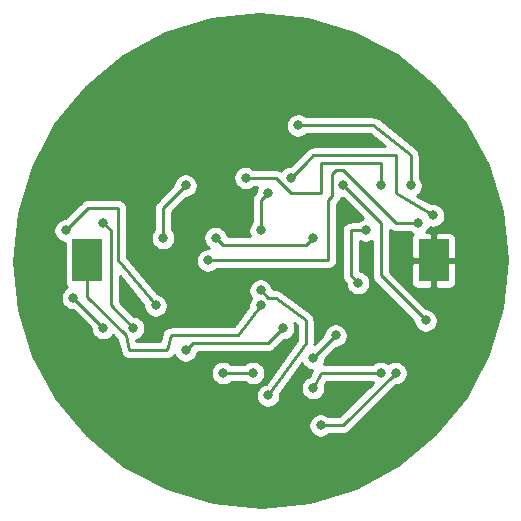
<source format=gbl>
G04 #@! TF.FileFunction,Copper,L2,Bot,Signal*
%FSLAX46Y46*%
G04 Gerber Fmt 4.6, Leading zero omitted, Abs format (unit mm)*
G04 Created by KiCad (PCBNEW 4.0.7) date 06/15/18 16:22:59*
%MOMM*%
%LPD*%
G01*
G04 APERTURE LIST*
%ADD10C,0.100000*%
%ADD11R,2.600000X3.560000*%
%ADD12C,0.800000*%
%ADD13C,0.254000*%
G04 APERTURE END LIST*
D10*
D11*
X128860000Y-100330000D03*
X158160000Y-100330000D03*
D12*
X146685000Y-88900000D03*
X156210000Y-93980000D03*
X151130000Y-106045000D03*
X153035000Y-113665000D03*
X139065000Y-111760000D03*
X141605000Y-114935000D03*
X133985000Y-105410000D03*
X146050000Y-91440000D03*
X146050000Y-86995000D03*
X147955000Y-98425000D03*
X139700000Y-98425000D03*
X152400000Y-97790000D03*
X151765000Y-102235000D03*
X157480000Y-105410000D03*
X150495000Y-93980000D03*
X148590000Y-114300000D03*
X154940000Y-109855000D03*
X132715000Y-106045000D03*
X130175000Y-97155000D03*
X130175000Y-106045000D03*
X127635000Y-103505000D03*
X127000000Y-97790000D03*
X134620000Y-104140000D03*
X146050000Y-93345000D03*
X158115000Y-96520000D03*
X144145000Y-111760000D03*
X143510000Y-102870000D03*
X143510000Y-97790000D03*
X144145000Y-94615000D03*
X142240000Y-93345000D03*
X153670000Y-93980000D03*
X135255000Y-98425000D03*
X137160000Y-93980000D03*
X156845000Y-97155000D03*
X139065000Y-100330000D03*
X143510000Y-104140000D03*
X153670000Y-109855000D03*
X147955000Y-111125000D03*
X140335000Y-109855000D03*
X142875000Y-109855000D03*
X149860000Y-106680000D03*
X147955000Y-108585000D03*
X137160000Y-107950000D03*
X145415000Y-106045000D03*
D13*
X153035000Y-88900000D02*
X146685000Y-88900000D01*
X156210000Y-91440000D02*
X153035000Y-88900000D01*
X156210000Y-93980000D02*
X156210000Y-91440000D01*
X147320000Y-99060000D02*
X147955000Y-98425000D01*
X140335000Y-99060000D02*
X147320000Y-99060000D01*
X139700000Y-98425000D02*
X140335000Y-99060000D01*
X151130000Y-101600000D02*
X151130000Y-97790000D01*
X151130000Y-97790000D02*
X152400000Y-97790000D01*
X152400000Y-97790000D02*
X152400000Y-97790000D01*
X151765000Y-102235000D02*
X151130000Y-101600000D01*
X153670000Y-101600000D02*
X157480000Y-105410000D01*
X153670000Y-97155000D02*
X153670000Y-101600000D01*
X150495000Y-93980000D02*
X153670000Y-97155000D01*
X150495000Y-114300000D02*
X148590000Y-114300000D01*
X154940000Y-109855000D02*
X150495000Y-114300000D01*
X130810000Y-104140000D02*
X132715000Y-106045000D01*
X130810000Y-97790000D02*
X130810000Y-104140000D01*
X130175000Y-97155000D02*
X130810000Y-97790000D01*
X127635000Y-103505000D02*
X130175000Y-106045000D01*
X131445000Y-95885000D02*
X128905000Y-95885000D01*
X128905000Y-95885000D02*
X127000000Y-97790000D01*
X131445000Y-100330000D02*
X131445000Y-95885000D01*
X134620000Y-104140000D02*
X131445000Y-100330000D01*
X147320000Y-92075000D02*
X146050000Y-93345000D01*
X154940000Y-91440000D02*
X147955000Y-91440000D01*
X147955000Y-91440000D02*
X147320000Y-92075000D01*
X147320000Y-92075000D02*
X147320000Y-92075000D01*
X158115000Y-96520000D02*
X154940000Y-94615000D01*
X154940000Y-94615000D02*
X154940000Y-91440000D01*
X144780000Y-103505000D02*
X147320000Y-105410000D01*
X147320000Y-105410000D02*
X147320000Y-107315000D01*
X147320000Y-107315000D02*
X144145000Y-111760000D01*
X144145000Y-103505000D02*
X144780000Y-103505000D01*
X143510000Y-102870000D02*
X144145000Y-103505000D01*
X143510000Y-95250000D02*
X143510000Y-97790000D01*
X144145000Y-94615000D02*
X143510000Y-95250000D01*
X144780000Y-93345000D02*
X142240000Y-93345000D01*
X146050000Y-94615000D02*
X144780000Y-93345000D01*
X153670000Y-92075000D02*
X148590000Y-92075000D01*
X148590000Y-92075000D02*
X148590000Y-94615000D01*
X148590000Y-94615000D02*
X146050000Y-94615000D01*
X153670000Y-93980000D02*
X153670000Y-92075000D01*
X135255000Y-95885000D02*
X135255000Y-98425000D01*
X137160000Y-93980000D02*
X135255000Y-95885000D01*
X154940000Y-97155000D02*
X156845000Y-97155000D01*
X150495000Y-92710000D02*
X154940000Y-97155000D01*
X149860000Y-92710000D02*
X150495000Y-92710000D01*
X149568422Y-93001578D02*
X149860000Y-92710000D01*
X149568422Y-94906578D02*
X149568422Y-93001578D01*
X149225000Y-95250000D02*
X149568422Y-94906578D01*
X149225000Y-100330000D02*
X149225000Y-95250000D01*
X139065000Y-100330000D02*
X149225000Y-100330000D01*
X128860000Y-100330000D02*
X128860000Y-103460000D01*
X141605000Y-106680000D02*
X143510000Y-104140000D01*
X132400000Y-107950000D02*
X135575000Y-107950000D01*
X135575000Y-107950000D02*
X135890000Y-106680000D01*
X135890000Y-106680000D02*
X141605000Y-106680000D01*
X128860000Y-103460000D02*
X132080000Y-106680000D01*
X132080000Y-106680000D02*
X132400000Y-107950000D01*
X147955000Y-111125000D02*
X148590000Y-109855000D01*
X148590000Y-109855000D02*
X153670000Y-109855000D01*
X142875000Y-109855000D02*
X140335000Y-109855000D01*
X147955000Y-108585000D02*
X149860000Y-106680000D01*
X137795000Y-107315000D02*
X137160000Y-107950000D01*
X144145000Y-107315000D02*
X137795000Y-107315000D01*
X145415000Y-106045000D02*
X144145000Y-107315000D01*
G36*
X147564949Y-79850995D02*
X151465451Y-81028627D01*
X155062931Y-82941440D01*
X158220366Y-85516582D01*
X160817482Y-88655956D01*
X162755363Y-92239993D01*
X163960195Y-96132173D01*
X164389604Y-100217721D01*
X164389879Y-100296519D01*
X163989005Y-104384949D01*
X162811372Y-108285454D01*
X160898560Y-111882931D01*
X158323418Y-115040366D01*
X155184044Y-117637482D01*
X151600010Y-119575362D01*
X147707822Y-120780196D01*
X143622279Y-121209604D01*
X143543481Y-121209879D01*
X139455051Y-120809005D01*
X135554546Y-119631372D01*
X131957069Y-117718560D01*
X128799634Y-115143418D01*
X126202518Y-112004044D01*
X125087590Y-109942026D01*
X139298639Y-109942026D01*
X139335280Y-110141665D01*
X139410000Y-110330386D01*
X139519953Y-110500999D01*
X139660950Y-110647006D01*
X139827622Y-110762846D01*
X140013620Y-110844106D01*
X140211859Y-110887692D01*
X140414788Y-110891943D01*
X140614679Y-110856697D01*
X140803916Y-110783296D01*
X140975293Y-110674537D01*
X141035713Y-110617000D01*
X142171974Y-110617000D01*
X142200950Y-110647006D01*
X142367622Y-110762846D01*
X142553620Y-110844106D01*
X142751859Y-110887692D01*
X142954788Y-110891943D01*
X143154679Y-110856697D01*
X143343916Y-110783296D01*
X143515293Y-110674537D01*
X143662281Y-110534563D01*
X143779282Y-110368703D01*
X143861839Y-110183278D01*
X143906807Y-109985348D01*
X143910044Y-109753513D01*
X143870620Y-109554405D01*
X143793273Y-109366746D01*
X143680948Y-109197684D01*
X143537926Y-109053660D01*
X143369653Y-108940158D01*
X143182539Y-108861503D01*
X142983710Y-108820689D01*
X142780741Y-108819272D01*
X142581363Y-108857306D01*
X142393168Y-108933341D01*
X142223327Y-109044482D01*
X142173782Y-109093000D01*
X141036992Y-109093000D01*
X140997926Y-109053660D01*
X140829653Y-108940158D01*
X140642539Y-108861503D01*
X140443710Y-108820689D01*
X140240741Y-108819272D01*
X140041363Y-108857306D01*
X139853168Y-108933341D01*
X139683327Y-109044482D01*
X139538308Y-109186496D01*
X139423634Y-109353972D01*
X139343674Y-109540533D01*
X139301473Y-109739071D01*
X139298639Y-109942026D01*
X125087590Y-109942026D01*
X124264638Y-108420010D01*
X123059804Y-104527822D01*
X122630396Y-100442279D01*
X122630121Y-100363481D01*
X122873920Y-97877026D01*
X125963639Y-97877026D01*
X126000280Y-98076665D01*
X126075000Y-98265386D01*
X126184953Y-98435999D01*
X126325950Y-98582006D01*
X126492622Y-98697846D01*
X126678620Y-98779106D01*
X126876859Y-98822692D01*
X126921928Y-98823636D01*
X126921928Y-102110000D01*
X126929992Y-102211121D01*
X126983106Y-102382634D01*
X127081900Y-102532559D01*
X127146558Y-102587667D01*
X126983327Y-102694482D01*
X126838308Y-102836496D01*
X126723634Y-103003972D01*
X126643674Y-103190533D01*
X126601473Y-103389071D01*
X126598639Y-103592026D01*
X126635280Y-103791665D01*
X126710000Y-103980386D01*
X126819953Y-104150999D01*
X126960950Y-104297006D01*
X127127622Y-104412846D01*
X127313620Y-104494106D01*
X127511859Y-104537692D01*
X127591735Y-104539365D01*
X129139269Y-106086900D01*
X129138639Y-106132026D01*
X129175280Y-106331665D01*
X129250000Y-106520386D01*
X129359953Y-106690999D01*
X129500950Y-106837006D01*
X129667622Y-106952846D01*
X129853620Y-107034106D01*
X130051859Y-107077692D01*
X130254788Y-107081943D01*
X130454679Y-107046697D01*
X130643916Y-106973296D01*
X130815293Y-106864537D01*
X130962281Y-106724563D01*
X130997296Y-106674926D01*
X131392479Y-107070110D01*
X131661095Y-108136181D01*
X131678739Y-108185345D01*
X131693486Y-108235450D01*
X131703804Y-108255187D01*
X131711330Y-108276157D01*
X131738194Y-108320968D01*
X131762386Y-108367243D01*
X131776339Y-108384598D01*
X131787796Y-108403708D01*
X131822852Y-108442448D01*
X131855572Y-108483143D01*
X131872631Y-108497458D01*
X131887581Y-108513978D01*
X131929489Y-108545167D01*
X131969495Y-108578736D01*
X131989014Y-108589467D01*
X132006884Y-108602766D01*
X132054047Y-108625219D01*
X132099816Y-108650381D01*
X132121045Y-108657115D01*
X132141161Y-108666692D01*
X132191800Y-108679560D01*
X132241571Y-108695348D01*
X132263700Y-108697830D01*
X132285296Y-108703318D01*
X132337461Y-108706104D01*
X132389361Y-108711926D01*
X132400000Y-108712000D01*
X135575000Y-108712000D01*
X135628388Y-108706765D01*
X135681971Y-108704454D01*
X135702240Y-108699524D01*
X135723007Y-108697488D01*
X135774363Y-108681982D01*
X135826475Y-108669308D01*
X135845401Y-108660535D01*
X135865376Y-108654504D01*
X135912738Y-108629321D01*
X135961400Y-108606764D01*
X135978264Y-108594480D01*
X135996684Y-108584686D01*
X136038250Y-108550786D01*
X136081607Y-108519204D01*
X136095764Y-108503879D01*
X136111931Y-108490693D01*
X136146122Y-108449363D01*
X136182518Y-108409963D01*
X136193427Y-108392182D01*
X136206727Y-108376105D01*
X136211785Y-108366751D01*
X136235000Y-108425386D01*
X136344953Y-108595999D01*
X136485950Y-108742006D01*
X136652622Y-108857846D01*
X136838620Y-108939106D01*
X137036859Y-108982692D01*
X137239788Y-108986943D01*
X137439679Y-108951697D01*
X137628916Y-108878296D01*
X137800293Y-108769537D01*
X137947281Y-108629563D01*
X138064282Y-108463703D01*
X138146839Y-108278278D01*
X138191807Y-108080348D01*
X138191854Y-108077000D01*
X144145000Y-108077000D01*
X144215114Y-108070125D01*
X144285170Y-108063996D01*
X144289013Y-108062880D01*
X144293007Y-108062488D01*
X144360460Y-108042123D01*
X144427982Y-108022506D01*
X144431538Y-108020663D01*
X144435376Y-108019504D01*
X144497553Y-107986444D01*
X144560014Y-107954067D01*
X144563144Y-107951568D01*
X144566684Y-107949686D01*
X144621231Y-107905199D01*
X144676240Y-107861286D01*
X144681815Y-107855788D01*
X144681931Y-107855693D01*
X144682020Y-107855585D01*
X144683815Y-107853815D01*
X145456490Y-107081141D01*
X145494788Y-107081943D01*
X145694679Y-107046697D01*
X145883916Y-106973296D01*
X146055293Y-106864537D01*
X146202281Y-106724563D01*
X146319282Y-106558703D01*
X146401839Y-106373278D01*
X146446807Y-106175348D01*
X146450044Y-105943513D01*
X146410620Y-105744405D01*
X146372474Y-105651856D01*
X146558000Y-105791000D01*
X146558000Y-107070805D01*
X143932233Y-110746879D01*
X143851363Y-110762306D01*
X143663168Y-110838341D01*
X143493327Y-110949482D01*
X143348308Y-111091496D01*
X143233634Y-111258972D01*
X143153674Y-111445533D01*
X143111473Y-111644071D01*
X143108639Y-111847026D01*
X143145280Y-112046665D01*
X143220000Y-112235386D01*
X143329953Y-112405999D01*
X143470950Y-112552006D01*
X143637622Y-112667846D01*
X143823620Y-112749106D01*
X144021859Y-112792692D01*
X144224788Y-112796943D01*
X144424679Y-112761697D01*
X144613916Y-112688296D01*
X144785293Y-112579537D01*
X144932281Y-112439563D01*
X145049282Y-112273703D01*
X145131839Y-112088278D01*
X145176807Y-111890348D01*
X145180044Y-111658513D01*
X145174373Y-111629873D01*
X147022768Y-109042119D01*
X147030000Y-109060386D01*
X147139953Y-109230999D01*
X147280950Y-109377006D01*
X147447622Y-109492846D01*
X147633620Y-109574106D01*
X147831859Y-109617692D01*
X147856454Y-109618207D01*
X147586853Y-110157410D01*
X147473168Y-110203341D01*
X147303327Y-110314482D01*
X147158308Y-110456496D01*
X147043634Y-110623972D01*
X146963674Y-110810533D01*
X146921473Y-111009071D01*
X146918639Y-111212026D01*
X146955280Y-111411665D01*
X147030000Y-111600386D01*
X147139953Y-111770999D01*
X147280950Y-111917006D01*
X147447622Y-112032846D01*
X147633620Y-112114106D01*
X147831859Y-112157692D01*
X148034788Y-112161943D01*
X148234679Y-112126697D01*
X148423916Y-112053296D01*
X148595293Y-111944537D01*
X148742281Y-111804563D01*
X148859282Y-111638703D01*
X148941839Y-111453278D01*
X148986807Y-111255348D01*
X148990044Y-111023513D01*
X148952498Y-110833888D01*
X149060942Y-110617000D01*
X152966974Y-110617000D01*
X152995950Y-110647006D01*
X153039851Y-110677518D01*
X150179370Y-113538000D01*
X149291992Y-113538000D01*
X149252926Y-113498660D01*
X149084653Y-113385158D01*
X148897539Y-113306503D01*
X148698710Y-113265689D01*
X148495741Y-113264272D01*
X148296363Y-113302306D01*
X148108168Y-113378341D01*
X147938327Y-113489482D01*
X147793308Y-113631496D01*
X147678634Y-113798972D01*
X147598674Y-113985533D01*
X147556473Y-114184071D01*
X147553639Y-114387026D01*
X147590280Y-114586665D01*
X147665000Y-114775386D01*
X147774953Y-114945999D01*
X147915950Y-115092006D01*
X148082622Y-115207846D01*
X148268620Y-115289106D01*
X148466859Y-115332692D01*
X148669788Y-115336943D01*
X148869679Y-115301697D01*
X149058916Y-115228296D01*
X149230293Y-115119537D01*
X149290713Y-115062000D01*
X150495000Y-115062000D01*
X150565114Y-115055125D01*
X150635170Y-115048996D01*
X150639013Y-115047880D01*
X150643007Y-115047488D01*
X150710460Y-115027123D01*
X150777982Y-115007506D01*
X150781538Y-115005663D01*
X150785376Y-115004504D01*
X150847553Y-114971444D01*
X150910014Y-114939067D01*
X150913144Y-114936568D01*
X150916684Y-114934686D01*
X150971231Y-114890199D01*
X151026240Y-114846286D01*
X151031815Y-114840788D01*
X151031931Y-114840693D01*
X151032020Y-114840585D01*
X151033815Y-114838815D01*
X154981490Y-110891141D01*
X155019788Y-110891943D01*
X155219679Y-110856697D01*
X155408916Y-110783296D01*
X155580293Y-110674537D01*
X155727281Y-110534563D01*
X155844282Y-110368703D01*
X155926839Y-110183278D01*
X155971807Y-109985348D01*
X155975044Y-109753513D01*
X155935620Y-109554405D01*
X155858273Y-109366746D01*
X155745948Y-109197684D01*
X155602926Y-109053660D01*
X155434653Y-108940158D01*
X155247539Y-108861503D01*
X155048710Y-108820689D01*
X154845741Y-108819272D01*
X154646363Y-108857306D01*
X154458168Y-108933341D01*
X154304058Y-109034188D01*
X154164653Y-108940158D01*
X153977539Y-108861503D01*
X153778710Y-108820689D01*
X153575741Y-108819272D01*
X153376363Y-108857306D01*
X153188168Y-108933341D01*
X153018327Y-109044482D01*
X152968782Y-109093000D01*
X148861821Y-109093000D01*
X148941839Y-108913278D01*
X148986807Y-108715348D01*
X148988004Y-108629626D01*
X149901489Y-107716141D01*
X149939788Y-107716943D01*
X150139679Y-107681697D01*
X150328916Y-107608296D01*
X150500293Y-107499537D01*
X150647281Y-107359563D01*
X150764282Y-107193703D01*
X150846839Y-107008278D01*
X150891807Y-106810348D01*
X150895044Y-106578513D01*
X150855620Y-106379405D01*
X150778273Y-106191746D01*
X150665948Y-106022684D01*
X150522926Y-105878660D01*
X150354653Y-105765158D01*
X150167539Y-105686503D01*
X149968710Y-105645689D01*
X149765741Y-105644272D01*
X149566363Y-105682306D01*
X149378168Y-105758341D01*
X149208327Y-105869482D01*
X149063308Y-106011496D01*
X148948634Y-106178972D01*
X148868674Y-106365533D01*
X148826473Y-106564071D01*
X148825456Y-106636914D01*
X148075458Y-107386912D01*
X148081564Y-107340765D01*
X148081079Y-107333189D01*
X148081926Y-107325639D01*
X148082000Y-107315000D01*
X148082000Y-105410000D01*
X148077114Y-105360167D01*
X148075428Y-105310142D01*
X148069875Y-105286334D01*
X148067488Y-105261993D01*
X148053017Y-105214063D01*
X148041646Y-105165314D01*
X148031572Y-105143033D01*
X148024504Y-105119624D01*
X148001001Y-105075422D01*
X147980376Y-105029806D01*
X147966166Y-105009906D01*
X147954686Y-104988316D01*
X147923044Y-104949519D01*
X147893952Y-104908779D01*
X147876149Y-104892019D01*
X147860693Y-104873069D01*
X147822118Y-104841157D01*
X147785667Y-104806843D01*
X147777200Y-104800400D01*
X145237200Y-102895400D01*
X145223120Y-102886849D01*
X145210505Y-102876264D01*
X145159680Y-102848323D01*
X145110087Y-102818205D01*
X145094614Y-102812552D01*
X145080184Y-102804619D01*
X145024903Y-102787083D01*
X144970402Y-102767171D01*
X144954124Y-102764631D01*
X144938429Y-102759652D01*
X144880782Y-102753186D01*
X144823464Y-102744241D01*
X144807011Y-102744910D01*
X144790639Y-102743074D01*
X144780000Y-102743000D01*
X144539992Y-102743000D01*
X144505620Y-102569405D01*
X144428273Y-102381746D01*
X144315948Y-102212684D01*
X144172926Y-102068660D01*
X144004653Y-101955158D01*
X143817539Y-101876503D01*
X143618710Y-101835689D01*
X143415741Y-101834272D01*
X143216363Y-101872306D01*
X143028168Y-101948341D01*
X142858327Y-102059482D01*
X142713308Y-102201496D01*
X142598634Y-102368972D01*
X142518674Y-102555533D01*
X142476473Y-102754071D01*
X142473639Y-102957026D01*
X142510280Y-103156665D01*
X142585000Y-103345386D01*
X142689078Y-103506883D01*
X142598634Y-103638972D01*
X142518674Y-103825533D01*
X142476473Y-104024071D01*
X142473639Y-104227026D01*
X142477294Y-104246941D01*
X141224000Y-105918000D01*
X135890000Y-105918000D01*
X135836619Y-105923234D01*
X135783029Y-105925546D01*
X135762760Y-105930476D01*
X135741993Y-105932512D01*
X135690637Y-105948018D01*
X135638525Y-105960692D01*
X135619599Y-105969465D01*
X135599624Y-105975496D01*
X135552262Y-106000679D01*
X135503600Y-106023236D01*
X135486736Y-106035520D01*
X135468316Y-106045314D01*
X135426750Y-106079214D01*
X135383393Y-106110796D01*
X135369236Y-106126121D01*
X135353069Y-106139307D01*
X135318878Y-106180637D01*
X135282482Y-106220037D01*
X135271573Y-106237819D01*
X135258273Y-106253895D01*
X135232759Y-106301083D01*
X135204712Y-106346797D01*
X135197464Y-106366359D01*
X135187540Y-106384713D01*
X135171680Y-106435950D01*
X135153043Y-106486250D01*
X135150410Y-106496558D01*
X134978911Y-107188000D01*
X132993817Y-107188000D01*
X132959764Y-107052853D01*
X132994679Y-107046697D01*
X133183916Y-106973296D01*
X133355293Y-106864537D01*
X133502281Y-106724563D01*
X133619282Y-106558703D01*
X133701839Y-106373278D01*
X133746807Y-106175348D01*
X133750044Y-105943513D01*
X133710620Y-105744405D01*
X133633273Y-105556746D01*
X133520948Y-105387684D01*
X133377926Y-105243660D01*
X133209653Y-105130158D01*
X133022539Y-105051503D01*
X132823710Y-105010689D01*
X132757859Y-105010229D01*
X131572000Y-103824370D01*
X131572000Y-101672683D01*
X133585567Y-104088962D01*
X133583639Y-104227026D01*
X133620280Y-104426665D01*
X133695000Y-104615386D01*
X133804953Y-104785999D01*
X133945950Y-104932006D01*
X134112622Y-105047846D01*
X134298620Y-105129106D01*
X134496859Y-105172692D01*
X134699788Y-105176943D01*
X134899679Y-105141697D01*
X135088916Y-105068296D01*
X135260293Y-104959537D01*
X135407281Y-104819563D01*
X135524282Y-104653703D01*
X135606839Y-104468278D01*
X135651807Y-104270348D01*
X135655044Y-104038513D01*
X135615620Y-103839405D01*
X135538273Y-103651746D01*
X135425948Y-103482684D01*
X135282926Y-103338660D01*
X135114653Y-103225158D01*
X134927539Y-103146503D01*
X134754364Y-103110955D01*
X132509425Y-100417026D01*
X138028639Y-100417026D01*
X138065280Y-100616665D01*
X138140000Y-100805386D01*
X138249953Y-100975999D01*
X138390950Y-101122006D01*
X138557622Y-101237846D01*
X138743620Y-101319106D01*
X138941859Y-101362692D01*
X139144788Y-101366943D01*
X139344679Y-101331697D01*
X139533916Y-101258296D01*
X139705293Y-101149537D01*
X139765713Y-101092000D01*
X149225000Y-101092000D01*
X149296403Y-101084999D01*
X149367785Y-101078503D01*
X149370348Y-101077749D01*
X149373007Y-101077488D01*
X149441675Y-101056756D01*
X149510450Y-101036514D01*
X149512817Y-101035277D01*
X149515376Y-101034504D01*
X149578731Y-101000818D01*
X149642243Y-100967614D01*
X149644324Y-100965941D01*
X149646684Y-100964686D01*
X149702287Y-100919338D01*
X149758143Y-100874428D01*
X149759859Y-100872383D01*
X149761931Y-100870693D01*
X149807682Y-100815390D01*
X149853736Y-100760505D01*
X149855022Y-100758166D01*
X149856727Y-100756105D01*
X149890867Y-100692964D01*
X149925381Y-100630184D01*
X149926188Y-100627639D01*
X149927460Y-100625287D01*
X149948672Y-100556762D01*
X149970348Y-100488429D01*
X149970646Y-100485774D01*
X149971436Y-100483221D01*
X149978927Y-100411947D01*
X149986926Y-100340639D01*
X149986962Y-100335503D01*
X149986981Y-100335320D01*
X149986964Y-100335136D01*
X149987000Y-100330000D01*
X149987000Y-95565630D01*
X150107237Y-95445393D01*
X150151934Y-95390979D01*
X150197158Y-95337083D01*
X150199086Y-95333575D01*
X150201633Y-95330475D01*
X150234912Y-95268409D01*
X150268803Y-95206762D01*
X150270015Y-95202942D01*
X150271908Y-95199411D01*
X150292483Y-95132114D01*
X150313770Y-95065007D01*
X150314217Y-95061024D01*
X150315388Y-95057193D01*
X150321043Y-95001519D01*
X150371859Y-95012692D01*
X150451735Y-95014365D01*
X152209921Y-96772551D01*
X152106363Y-96792306D01*
X151918168Y-96868341D01*
X151748327Y-96979482D01*
X151698782Y-97028000D01*
X151130000Y-97028000D01*
X151058597Y-97035001D01*
X150987215Y-97041497D01*
X150984652Y-97042251D01*
X150981993Y-97042512D01*
X150913325Y-97063244D01*
X150844550Y-97083486D01*
X150842183Y-97084723D01*
X150839624Y-97085496D01*
X150776269Y-97119182D01*
X150712757Y-97152386D01*
X150710676Y-97154059D01*
X150708316Y-97155314D01*
X150652713Y-97200662D01*
X150596857Y-97245572D01*
X150595141Y-97247617D01*
X150593069Y-97249307D01*
X150547318Y-97304610D01*
X150501264Y-97359495D01*
X150499978Y-97361834D01*
X150498273Y-97363895D01*
X150464133Y-97427036D01*
X150429619Y-97489816D01*
X150428812Y-97492361D01*
X150427540Y-97494713D01*
X150406328Y-97563238D01*
X150384652Y-97631571D01*
X150384354Y-97634226D01*
X150383564Y-97636779D01*
X150376073Y-97708053D01*
X150368074Y-97779361D01*
X150368038Y-97784497D01*
X150368019Y-97784680D01*
X150368036Y-97784864D01*
X150368000Y-97790000D01*
X150368000Y-101600000D01*
X150374875Y-101670114D01*
X150381004Y-101740170D01*
X150382120Y-101744013D01*
X150382512Y-101748007D01*
X150402877Y-101815460D01*
X150422494Y-101882982D01*
X150424337Y-101886538D01*
X150425496Y-101890376D01*
X150458556Y-101952553D01*
X150490933Y-102015014D01*
X150493432Y-102018144D01*
X150495314Y-102021684D01*
X150539801Y-102076231D01*
X150583714Y-102131240D01*
X150589212Y-102136815D01*
X150589307Y-102136931D01*
X150589415Y-102137020D01*
X150591185Y-102138815D01*
X150729269Y-102276899D01*
X150728639Y-102322026D01*
X150765280Y-102521665D01*
X150840000Y-102710386D01*
X150949953Y-102880999D01*
X151090950Y-103027006D01*
X151257622Y-103142846D01*
X151443620Y-103224106D01*
X151641859Y-103267692D01*
X151844788Y-103271943D01*
X152044679Y-103236697D01*
X152233916Y-103163296D01*
X152405293Y-103054537D01*
X152552281Y-102914563D01*
X152669282Y-102748703D01*
X152751839Y-102563278D01*
X152796807Y-102365348D01*
X152800044Y-102133513D01*
X152760620Y-101934405D01*
X152683273Y-101746746D01*
X152570948Y-101577684D01*
X152427926Y-101433660D01*
X152259653Y-101320158D01*
X152072539Y-101241503D01*
X151892000Y-101204443D01*
X151892000Y-98697414D01*
X151892622Y-98697846D01*
X152078620Y-98779106D01*
X152276859Y-98822692D01*
X152479788Y-98826943D01*
X152679679Y-98791697D01*
X152868916Y-98718296D01*
X152908000Y-98693493D01*
X152908000Y-101600000D01*
X152914875Y-101670114D01*
X152921004Y-101740170D01*
X152922120Y-101744013D01*
X152922512Y-101748007D01*
X152942877Y-101815460D01*
X152962494Y-101882982D01*
X152964337Y-101886538D01*
X152965496Y-101890376D01*
X152998556Y-101952553D01*
X153030933Y-102015014D01*
X153033432Y-102018144D01*
X153035314Y-102021684D01*
X153079801Y-102076231D01*
X153123714Y-102131240D01*
X153129212Y-102136815D01*
X153129307Y-102136931D01*
X153129415Y-102137020D01*
X153131185Y-102138815D01*
X156444269Y-105451900D01*
X156443639Y-105497026D01*
X156480280Y-105696665D01*
X156555000Y-105885386D01*
X156664953Y-106055999D01*
X156805950Y-106202006D01*
X156972622Y-106317846D01*
X157158620Y-106399106D01*
X157356859Y-106442692D01*
X157559788Y-106446943D01*
X157759679Y-106411697D01*
X157948916Y-106338296D01*
X158120293Y-106229537D01*
X158267281Y-106089563D01*
X158384282Y-105923703D01*
X158466839Y-105738278D01*
X158511807Y-105540348D01*
X158515044Y-105308513D01*
X158475620Y-105109405D01*
X158398273Y-104921746D01*
X158285948Y-104752684D01*
X158142926Y-104608660D01*
X157974653Y-104495158D01*
X157787539Y-104416503D01*
X157588710Y-104375689D01*
X157522860Y-104375229D01*
X154432000Y-101284370D01*
X154432000Y-100615750D01*
X156225000Y-100615750D01*
X156225000Y-102172542D01*
X156249403Y-102295223D01*
X156297270Y-102410785D01*
X156366763Y-102514789D01*
X156455211Y-102603237D01*
X156559215Y-102672730D01*
X156674777Y-102720597D01*
X156797458Y-102745000D01*
X157874250Y-102745000D01*
X158033000Y-102586250D01*
X158033000Y-100457000D01*
X158287000Y-100457000D01*
X158287000Y-102586250D01*
X158445750Y-102745000D01*
X159522542Y-102745000D01*
X159645223Y-102720597D01*
X159760785Y-102672730D01*
X159864789Y-102603237D01*
X159953237Y-102514789D01*
X160022730Y-102410785D01*
X160070597Y-102295223D01*
X160095000Y-102172542D01*
X160095000Y-100615750D01*
X159936250Y-100457000D01*
X158287000Y-100457000D01*
X158033000Y-100457000D01*
X156383750Y-100457000D01*
X156225000Y-100615750D01*
X154432000Y-100615750D01*
X154432000Y-97719127D01*
X154455597Y-97738510D01*
X154509495Y-97783736D01*
X154513006Y-97785666D01*
X154516103Y-97788210D01*
X154578130Y-97821469D01*
X154639816Y-97855381D01*
X154643636Y-97856593D01*
X154647167Y-97858486D01*
X154714464Y-97879061D01*
X154781571Y-97900348D01*
X154785554Y-97900795D01*
X154789385Y-97901966D01*
X154859373Y-97909075D01*
X154929361Y-97916926D01*
X154937197Y-97916981D01*
X154937340Y-97916995D01*
X154937473Y-97916982D01*
X154940000Y-97917000D01*
X156141974Y-97917000D01*
X156170950Y-97947006D01*
X156337622Y-98062846D01*
X156415225Y-98096749D01*
X156366763Y-98145211D01*
X156297270Y-98249215D01*
X156249403Y-98364777D01*
X156225000Y-98487458D01*
X156225000Y-100044250D01*
X156383750Y-100203000D01*
X158033000Y-100203000D01*
X158033000Y-98073750D01*
X158287000Y-98073750D01*
X158287000Y-100203000D01*
X159936250Y-100203000D01*
X160095000Y-100044250D01*
X160095000Y-98487458D01*
X160070597Y-98364777D01*
X160022730Y-98249215D01*
X159953237Y-98145211D01*
X159864789Y-98056763D01*
X159760785Y-97987270D01*
X159645223Y-97939403D01*
X159522542Y-97915000D01*
X158445750Y-97915000D01*
X158287000Y-98073750D01*
X158033000Y-98073750D01*
X157874250Y-97915000D01*
X157547813Y-97915000D01*
X157632281Y-97834563D01*
X157749282Y-97668703D01*
X157817957Y-97514457D01*
X157991859Y-97552692D01*
X158194788Y-97556943D01*
X158394679Y-97521697D01*
X158583916Y-97448296D01*
X158755293Y-97339537D01*
X158902281Y-97199563D01*
X159019282Y-97033703D01*
X159101839Y-96848278D01*
X159146807Y-96650348D01*
X159150044Y-96418513D01*
X159110620Y-96219405D01*
X159033273Y-96031746D01*
X158920948Y-95862684D01*
X158777926Y-95718660D01*
X158609653Y-95605158D01*
X158422539Y-95526503D01*
X158223710Y-95485689D01*
X158020741Y-95484272D01*
X157906250Y-95506113D01*
X156791164Y-94837061D01*
X156850293Y-94799537D01*
X156997281Y-94659563D01*
X157114282Y-94493703D01*
X157196839Y-94308278D01*
X157241807Y-94110348D01*
X157245044Y-93878513D01*
X157205620Y-93679405D01*
X157128273Y-93491746D01*
X157015948Y-93322684D01*
X156972000Y-93278428D01*
X156972000Y-91440000D01*
X156968272Y-91401983D01*
X156968179Y-91363787D01*
X156961034Y-91328162D01*
X156957488Y-91291993D01*
X156946446Y-91255420D01*
X156938936Y-91217974D01*
X156925008Y-91184416D01*
X156914504Y-91149624D01*
X156896571Y-91115896D01*
X156881929Y-91080618D01*
X156861745Y-91050400D01*
X156844686Y-91018316D01*
X156820545Y-90988716D01*
X156799328Y-90956951D01*
X156773659Y-90931229D01*
X156750693Y-90903069D01*
X156721261Y-90878721D01*
X156694279Y-90851682D01*
X156686018Y-90844978D01*
X153511018Y-88304978D01*
X153487236Y-88289499D01*
X153465505Y-88271264D01*
X153425063Y-88249031D01*
X153386378Y-88223851D01*
X153360045Y-88213287D01*
X153335184Y-88199619D01*
X153291197Y-88185665D01*
X153248355Y-88168478D01*
X153220468Y-88163229D01*
X153193429Y-88154652D01*
X153147562Y-88149507D01*
X153102205Y-88140970D01*
X153073840Y-88141237D01*
X153045639Y-88138074D01*
X153035000Y-88138000D01*
X147386992Y-88138000D01*
X147347926Y-88098660D01*
X147179653Y-87985158D01*
X146992539Y-87906503D01*
X146793710Y-87865689D01*
X146590741Y-87864272D01*
X146391363Y-87902306D01*
X146203168Y-87978341D01*
X146033327Y-88089482D01*
X145888308Y-88231496D01*
X145773634Y-88398972D01*
X145693674Y-88585533D01*
X145651473Y-88784071D01*
X145648639Y-88987026D01*
X145685280Y-89186665D01*
X145760000Y-89375386D01*
X145869953Y-89545999D01*
X146010950Y-89692006D01*
X146177622Y-89807846D01*
X146363620Y-89889106D01*
X146561859Y-89932692D01*
X146764788Y-89936943D01*
X146964679Y-89901697D01*
X147153916Y-89828296D01*
X147325293Y-89719537D01*
X147385713Y-89662000D01*
X152767704Y-89662000D01*
X154037704Y-90678000D01*
X147955000Y-90678000D01*
X147884936Y-90684870D01*
X147814830Y-90691003D01*
X147810982Y-90692121D01*
X147806993Y-90692512D01*
X147739628Y-90712851D01*
X147672018Y-90732493D01*
X147668458Y-90734339D01*
X147664624Y-90735496D01*
X147602482Y-90768537D01*
X147539986Y-90800933D01*
X147536856Y-90803432D01*
X147533316Y-90805314D01*
X147478769Y-90849801D01*
X147423760Y-90893714D01*
X147418181Y-90899216D01*
X147418069Y-90899307D01*
X147417983Y-90899411D01*
X147416185Y-90901184D01*
X146781256Y-91536114D01*
X146781184Y-91536185D01*
X146007735Y-92309635D01*
X145955741Y-92309272D01*
X145756363Y-92347306D01*
X145568168Y-92423341D01*
X145398327Y-92534482D01*
X145253308Y-92676496D01*
X145220396Y-92724563D01*
X145210505Y-92716264D01*
X145206997Y-92714336D01*
X145203897Y-92711789D01*
X145141831Y-92678510D01*
X145080184Y-92644619D01*
X145076364Y-92643407D01*
X145072833Y-92641514D01*
X145005536Y-92620939D01*
X144938429Y-92599652D01*
X144934446Y-92599205D01*
X144930615Y-92598034D01*
X144860627Y-92590925D01*
X144790639Y-92583074D01*
X144782803Y-92583019D01*
X144782660Y-92583005D01*
X144782527Y-92583018D01*
X144780000Y-92583000D01*
X142941992Y-92583000D01*
X142902926Y-92543660D01*
X142734653Y-92430158D01*
X142547539Y-92351503D01*
X142348710Y-92310689D01*
X142145741Y-92309272D01*
X141946363Y-92347306D01*
X141758168Y-92423341D01*
X141588327Y-92534482D01*
X141443308Y-92676496D01*
X141328634Y-92843972D01*
X141248674Y-93030533D01*
X141206473Y-93229071D01*
X141203639Y-93432026D01*
X141240280Y-93631665D01*
X141315000Y-93820386D01*
X141424953Y-93990999D01*
X141565950Y-94137006D01*
X141732622Y-94252846D01*
X141918620Y-94334106D01*
X142116859Y-94377692D01*
X142319788Y-94381943D01*
X142519679Y-94346697D01*
X142708916Y-94273296D01*
X142880293Y-94164537D01*
X142940713Y-94107000D01*
X143238408Y-94107000D01*
X143233634Y-94113972D01*
X143153674Y-94300533D01*
X143111473Y-94499071D01*
X143110456Y-94571914D01*
X142971185Y-94711185D01*
X142926488Y-94765599D01*
X142881264Y-94819495D01*
X142879336Y-94823003D01*
X142876789Y-94826103D01*
X142843510Y-94888169D01*
X142809619Y-94949816D01*
X142808407Y-94953636D01*
X142806514Y-94957167D01*
X142785939Y-95024464D01*
X142764652Y-95091571D01*
X142764205Y-95095554D01*
X142763034Y-95099385D01*
X142755925Y-95169373D01*
X142748074Y-95239361D01*
X142748019Y-95247197D01*
X142748005Y-95247340D01*
X142748018Y-95247473D01*
X142748000Y-95250000D01*
X142748000Y-97087523D01*
X142713308Y-97121496D01*
X142598634Y-97288972D01*
X142518674Y-97475533D01*
X142476473Y-97674071D01*
X142473639Y-97877026D01*
X142510280Y-98076665D01*
X142585000Y-98265386D01*
X142606018Y-98298000D01*
X140729992Y-98298000D01*
X140695620Y-98124405D01*
X140618273Y-97936746D01*
X140505948Y-97767684D01*
X140362926Y-97623660D01*
X140194653Y-97510158D01*
X140007539Y-97431503D01*
X139808710Y-97390689D01*
X139605741Y-97389272D01*
X139406363Y-97427306D01*
X139218168Y-97503341D01*
X139048327Y-97614482D01*
X138903308Y-97756496D01*
X138788634Y-97923972D01*
X138708674Y-98110533D01*
X138666473Y-98309071D01*
X138663639Y-98512026D01*
X138700280Y-98711665D01*
X138775000Y-98900386D01*
X138884953Y-99070999D01*
X139025950Y-99217006D01*
X139138809Y-99295445D01*
X138970741Y-99294272D01*
X138771363Y-99332306D01*
X138583168Y-99408341D01*
X138413327Y-99519482D01*
X138268308Y-99661496D01*
X138153634Y-99828972D01*
X138073674Y-100015533D01*
X138031473Y-100214071D01*
X138028639Y-100417026D01*
X132509425Y-100417026D01*
X132207000Y-100054117D01*
X132207000Y-98512026D01*
X134218639Y-98512026D01*
X134255280Y-98711665D01*
X134330000Y-98900386D01*
X134439953Y-99070999D01*
X134580950Y-99217006D01*
X134747622Y-99332846D01*
X134933620Y-99414106D01*
X135131859Y-99457692D01*
X135334788Y-99461943D01*
X135534679Y-99426697D01*
X135723916Y-99353296D01*
X135895293Y-99244537D01*
X136042281Y-99104563D01*
X136159282Y-98938703D01*
X136241839Y-98753278D01*
X136286807Y-98555348D01*
X136290044Y-98323513D01*
X136250620Y-98124405D01*
X136173273Y-97936746D01*
X136060948Y-97767684D01*
X136017000Y-97723428D01*
X136017000Y-96200630D01*
X137201489Y-95016141D01*
X137239788Y-95016943D01*
X137439679Y-94981697D01*
X137628916Y-94908296D01*
X137800293Y-94799537D01*
X137947281Y-94659563D01*
X138064282Y-94493703D01*
X138146839Y-94308278D01*
X138191807Y-94110348D01*
X138195044Y-93878513D01*
X138155620Y-93679405D01*
X138078273Y-93491746D01*
X137965948Y-93322684D01*
X137822926Y-93178660D01*
X137654653Y-93065158D01*
X137467539Y-92986503D01*
X137268710Y-92945689D01*
X137065741Y-92944272D01*
X136866363Y-92982306D01*
X136678168Y-93058341D01*
X136508327Y-93169482D01*
X136363308Y-93311496D01*
X136248634Y-93478972D01*
X136168674Y-93665533D01*
X136126473Y-93864071D01*
X136125456Y-93936914D01*
X134716185Y-95346185D01*
X134671488Y-95400599D01*
X134626264Y-95454495D01*
X134624336Y-95458003D01*
X134621789Y-95461103D01*
X134588510Y-95523169D01*
X134554619Y-95584816D01*
X134553407Y-95588636D01*
X134551514Y-95592167D01*
X134530939Y-95659464D01*
X134509652Y-95726571D01*
X134509205Y-95730554D01*
X134508034Y-95734385D01*
X134500925Y-95804373D01*
X134493074Y-95874361D01*
X134493019Y-95882197D01*
X134493005Y-95882340D01*
X134493018Y-95882473D01*
X134493000Y-95885000D01*
X134493000Y-97722523D01*
X134458308Y-97756496D01*
X134343634Y-97923972D01*
X134263674Y-98110533D01*
X134221473Y-98309071D01*
X134218639Y-98512026D01*
X132207000Y-98512026D01*
X132207000Y-95885000D01*
X132199999Y-95813597D01*
X132193503Y-95742215D01*
X132192749Y-95739652D01*
X132192488Y-95736993D01*
X132171756Y-95668325D01*
X132151514Y-95599550D01*
X132150277Y-95597183D01*
X132149504Y-95594624D01*
X132115818Y-95531269D01*
X132082614Y-95467757D01*
X132080941Y-95465676D01*
X132079686Y-95463316D01*
X132034338Y-95407713D01*
X131989428Y-95351857D01*
X131987383Y-95350141D01*
X131985693Y-95348069D01*
X131930390Y-95302318D01*
X131875505Y-95256264D01*
X131873166Y-95254978D01*
X131871105Y-95253273D01*
X131807964Y-95219133D01*
X131745184Y-95184619D01*
X131742639Y-95183812D01*
X131740287Y-95182540D01*
X131671762Y-95161328D01*
X131603429Y-95139652D01*
X131600774Y-95139354D01*
X131598221Y-95138564D01*
X131526947Y-95131073D01*
X131455639Y-95123074D01*
X131450503Y-95123038D01*
X131450320Y-95123019D01*
X131450136Y-95123036D01*
X131445000Y-95123000D01*
X128905000Y-95123000D01*
X128834936Y-95129870D01*
X128764830Y-95136003D01*
X128760982Y-95137121D01*
X128756993Y-95137512D01*
X128689582Y-95157865D01*
X128622018Y-95177494D01*
X128618462Y-95179337D01*
X128614624Y-95180496D01*
X128552447Y-95213556D01*
X128489986Y-95245933D01*
X128486856Y-95248432D01*
X128483316Y-95250314D01*
X128428769Y-95294801D01*
X128373760Y-95338714D01*
X128368185Y-95344212D01*
X128368069Y-95344307D01*
X128367980Y-95344415D01*
X128366185Y-95346185D01*
X126957735Y-96754635D01*
X126905741Y-96754272D01*
X126706363Y-96792306D01*
X126518168Y-96868341D01*
X126348327Y-96979482D01*
X126203308Y-97121496D01*
X126088634Y-97288972D01*
X126008674Y-97475533D01*
X125966473Y-97674071D01*
X125963639Y-97877026D01*
X122873920Y-97877026D01*
X123030995Y-96275051D01*
X124208627Y-92374549D01*
X126121440Y-88777069D01*
X128696582Y-85619634D01*
X131835956Y-83022518D01*
X135419993Y-81084637D01*
X139312173Y-79879805D01*
X143397721Y-79450396D01*
X143476519Y-79450121D01*
X147564949Y-79850995D01*
X147564949Y-79850995D01*
G37*
X147564949Y-79850995D02*
X151465451Y-81028627D01*
X155062931Y-82941440D01*
X158220366Y-85516582D01*
X160817482Y-88655956D01*
X162755363Y-92239993D01*
X163960195Y-96132173D01*
X164389604Y-100217721D01*
X164389879Y-100296519D01*
X163989005Y-104384949D01*
X162811372Y-108285454D01*
X160898560Y-111882931D01*
X158323418Y-115040366D01*
X155184044Y-117637482D01*
X151600010Y-119575362D01*
X147707822Y-120780196D01*
X143622279Y-121209604D01*
X143543481Y-121209879D01*
X139455051Y-120809005D01*
X135554546Y-119631372D01*
X131957069Y-117718560D01*
X128799634Y-115143418D01*
X126202518Y-112004044D01*
X125087590Y-109942026D01*
X139298639Y-109942026D01*
X139335280Y-110141665D01*
X139410000Y-110330386D01*
X139519953Y-110500999D01*
X139660950Y-110647006D01*
X139827622Y-110762846D01*
X140013620Y-110844106D01*
X140211859Y-110887692D01*
X140414788Y-110891943D01*
X140614679Y-110856697D01*
X140803916Y-110783296D01*
X140975293Y-110674537D01*
X141035713Y-110617000D01*
X142171974Y-110617000D01*
X142200950Y-110647006D01*
X142367622Y-110762846D01*
X142553620Y-110844106D01*
X142751859Y-110887692D01*
X142954788Y-110891943D01*
X143154679Y-110856697D01*
X143343916Y-110783296D01*
X143515293Y-110674537D01*
X143662281Y-110534563D01*
X143779282Y-110368703D01*
X143861839Y-110183278D01*
X143906807Y-109985348D01*
X143910044Y-109753513D01*
X143870620Y-109554405D01*
X143793273Y-109366746D01*
X143680948Y-109197684D01*
X143537926Y-109053660D01*
X143369653Y-108940158D01*
X143182539Y-108861503D01*
X142983710Y-108820689D01*
X142780741Y-108819272D01*
X142581363Y-108857306D01*
X142393168Y-108933341D01*
X142223327Y-109044482D01*
X142173782Y-109093000D01*
X141036992Y-109093000D01*
X140997926Y-109053660D01*
X140829653Y-108940158D01*
X140642539Y-108861503D01*
X140443710Y-108820689D01*
X140240741Y-108819272D01*
X140041363Y-108857306D01*
X139853168Y-108933341D01*
X139683327Y-109044482D01*
X139538308Y-109186496D01*
X139423634Y-109353972D01*
X139343674Y-109540533D01*
X139301473Y-109739071D01*
X139298639Y-109942026D01*
X125087590Y-109942026D01*
X124264638Y-108420010D01*
X123059804Y-104527822D01*
X122630396Y-100442279D01*
X122630121Y-100363481D01*
X122873920Y-97877026D01*
X125963639Y-97877026D01*
X126000280Y-98076665D01*
X126075000Y-98265386D01*
X126184953Y-98435999D01*
X126325950Y-98582006D01*
X126492622Y-98697846D01*
X126678620Y-98779106D01*
X126876859Y-98822692D01*
X126921928Y-98823636D01*
X126921928Y-102110000D01*
X126929992Y-102211121D01*
X126983106Y-102382634D01*
X127081900Y-102532559D01*
X127146558Y-102587667D01*
X126983327Y-102694482D01*
X126838308Y-102836496D01*
X126723634Y-103003972D01*
X126643674Y-103190533D01*
X126601473Y-103389071D01*
X126598639Y-103592026D01*
X126635280Y-103791665D01*
X126710000Y-103980386D01*
X126819953Y-104150999D01*
X126960950Y-104297006D01*
X127127622Y-104412846D01*
X127313620Y-104494106D01*
X127511859Y-104537692D01*
X127591735Y-104539365D01*
X129139269Y-106086900D01*
X129138639Y-106132026D01*
X129175280Y-106331665D01*
X129250000Y-106520386D01*
X129359953Y-106690999D01*
X129500950Y-106837006D01*
X129667622Y-106952846D01*
X129853620Y-107034106D01*
X130051859Y-107077692D01*
X130254788Y-107081943D01*
X130454679Y-107046697D01*
X130643916Y-106973296D01*
X130815293Y-106864537D01*
X130962281Y-106724563D01*
X130997296Y-106674926D01*
X131392479Y-107070110D01*
X131661095Y-108136181D01*
X131678739Y-108185345D01*
X131693486Y-108235450D01*
X131703804Y-108255187D01*
X131711330Y-108276157D01*
X131738194Y-108320968D01*
X131762386Y-108367243D01*
X131776339Y-108384598D01*
X131787796Y-108403708D01*
X131822852Y-108442448D01*
X131855572Y-108483143D01*
X131872631Y-108497458D01*
X131887581Y-108513978D01*
X131929489Y-108545167D01*
X131969495Y-108578736D01*
X131989014Y-108589467D01*
X132006884Y-108602766D01*
X132054047Y-108625219D01*
X132099816Y-108650381D01*
X132121045Y-108657115D01*
X132141161Y-108666692D01*
X132191800Y-108679560D01*
X132241571Y-108695348D01*
X132263700Y-108697830D01*
X132285296Y-108703318D01*
X132337461Y-108706104D01*
X132389361Y-108711926D01*
X132400000Y-108712000D01*
X135575000Y-108712000D01*
X135628388Y-108706765D01*
X135681971Y-108704454D01*
X135702240Y-108699524D01*
X135723007Y-108697488D01*
X135774363Y-108681982D01*
X135826475Y-108669308D01*
X135845401Y-108660535D01*
X135865376Y-108654504D01*
X135912738Y-108629321D01*
X135961400Y-108606764D01*
X135978264Y-108594480D01*
X135996684Y-108584686D01*
X136038250Y-108550786D01*
X136081607Y-108519204D01*
X136095764Y-108503879D01*
X136111931Y-108490693D01*
X136146122Y-108449363D01*
X136182518Y-108409963D01*
X136193427Y-108392182D01*
X136206727Y-108376105D01*
X136211785Y-108366751D01*
X136235000Y-108425386D01*
X136344953Y-108595999D01*
X136485950Y-108742006D01*
X136652622Y-108857846D01*
X136838620Y-108939106D01*
X137036859Y-108982692D01*
X137239788Y-108986943D01*
X137439679Y-108951697D01*
X137628916Y-108878296D01*
X137800293Y-108769537D01*
X137947281Y-108629563D01*
X138064282Y-108463703D01*
X138146839Y-108278278D01*
X138191807Y-108080348D01*
X138191854Y-108077000D01*
X144145000Y-108077000D01*
X144215114Y-108070125D01*
X144285170Y-108063996D01*
X144289013Y-108062880D01*
X144293007Y-108062488D01*
X144360460Y-108042123D01*
X144427982Y-108022506D01*
X144431538Y-108020663D01*
X144435376Y-108019504D01*
X144497553Y-107986444D01*
X144560014Y-107954067D01*
X144563144Y-107951568D01*
X144566684Y-107949686D01*
X144621231Y-107905199D01*
X144676240Y-107861286D01*
X144681815Y-107855788D01*
X144681931Y-107855693D01*
X144682020Y-107855585D01*
X144683815Y-107853815D01*
X145456490Y-107081141D01*
X145494788Y-107081943D01*
X145694679Y-107046697D01*
X145883916Y-106973296D01*
X146055293Y-106864537D01*
X146202281Y-106724563D01*
X146319282Y-106558703D01*
X146401839Y-106373278D01*
X146446807Y-106175348D01*
X146450044Y-105943513D01*
X146410620Y-105744405D01*
X146372474Y-105651856D01*
X146558000Y-105791000D01*
X146558000Y-107070805D01*
X143932233Y-110746879D01*
X143851363Y-110762306D01*
X143663168Y-110838341D01*
X143493327Y-110949482D01*
X143348308Y-111091496D01*
X143233634Y-111258972D01*
X143153674Y-111445533D01*
X143111473Y-111644071D01*
X143108639Y-111847026D01*
X143145280Y-112046665D01*
X143220000Y-112235386D01*
X143329953Y-112405999D01*
X143470950Y-112552006D01*
X143637622Y-112667846D01*
X143823620Y-112749106D01*
X144021859Y-112792692D01*
X144224788Y-112796943D01*
X144424679Y-112761697D01*
X144613916Y-112688296D01*
X144785293Y-112579537D01*
X144932281Y-112439563D01*
X145049282Y-112273703D01*
X145131839Y-112088278D01*
X145176807Y-111890348D01*
X145180044Y-111658513D01*
X145174373Y-111629873D01*
X147022768Y-109042119D01*
X147030000Y-109060386D01*
X147139953Y-109230999D01*
X147280950Y-109377006D01*
X147447622Y-109492846D01*
X147633620Y-109574106D01*
X147831859Y-109617692D01*
X147856454Y-109618207D01*
X147586853Y-110157410D01*
X147473168Y-110203341D01*
X147303327Y-110314482D01*
X147158308Y-110456496D01*
X147043634Y-110623972D01*
X146963674Y-110810533D01*
X146921473Y-111009071D01*
X146918639Y-111212026D01*
X146955280Y-111411665D01*
X147030000Y-111600386D01*
X147139953Y-111770999D01*
X147280950Y-111917006D01*
X147447622Y-112032846D01*
X147633620Y-112114106D01*
X147831859Y-112157692D01*
X148034788Y-112161943D01*
X148234679Y-112126697D01*
X148423916Y-112053296D01*
X148595293Y-111944537D01*
X148742281Y-111804563D01*
X148859282Y-111638703D01*
X148941839Y-111453278D01*
X148986807Y-111255348D01*
X148990044Y-111023513D01*
X148952498Y-110833888D01*
X149060942Y-110617000D01*
X152966974Y-110617000D01*
X152995950Y-110647006D01*
X153039851Y-110677518D01*
X150179370Y-113538000D01*
X149291992Y-113538000D01*
X149252926Y-113498660D01*
X149084653Y-113385158D01*
X148897539Y-113306503D01*
X148698710Y-113265689D01*
X148495741Y-113264272D01*
X148296363Y-113302306D01*
X148108168Y-113378341D01*
X147938327Y-113489482D01*
X147793308Y-113631496D01*
X147678634Y-113798972D01*
X147598674Y-113985533D01*
X147556473Y-114184071D01*
X147553639Y-114387026D01*
X147590280Y-114586665D01*
X147665000Y-114775386D01*
X147774953Y-114945999D01*
X147915950Y-115092006D01*
X148082622Y-115207846D01*
X148268620Y-115289106D01*
X148466859Y-115332692D01*
X148669788Y-115336943D01*
X148869679Y-115301697D01*
X149058916Y-115228296D01*
X149230293Y-115119537D01*
X149290713Y-115062000D01*
X150495000Y-115062000D01*
X150565114Y-115055125D01*
X150635170Y-115048996D01*
X150639013Y-115047880D01*
X150643007Y-115047488D01*
X150710460Y-115027123D01*
X150777982Y-115007506D01*
X150781538Y-115005663D01*
X150785376Y-115004504D01*
X150847553Y-114971444D01*
X150910014Y-114939067D01*
X150913144Y-114936568D01*
X150916684Y-114934686D01*
X150971231Y-114890199D01*
X151026240Y-114846286D01*
X151031815Y-114840788D01*
X151031931Y-114840693D01*
X151032020Y-114840585D01*
X151033815Y-114838815D01*
X154981490Y-110891141D01*
X155019788Y-110891943D01*
X155219679Y-110856697D01*
X155408916Y-110783296D01*
X155580293Y-110674537D01*
X155727281Y-110534563D01*
X155844282Y-110368703D01*
X155926839Y-110183278D01*
X155971807Y-109985348D01*
X155975044Y-109753513D01*
X155935620Y-109554405D01*
X155858273Y-109366746D01*
X155745948Y-109197684D01*
X155602926Y-109053660D01*
X155434653Y-108940158D01*
X155247539Y-108861503D01*
X155048710Y-108820689D01*
X154845741Y-108819272D01*
X154646363Y-108857306D01*
X154458168Y-108933341D01*
X154304058Y-109034188D01*
X154164653Y-108940158D01*
X153977539Y-108861503D01*
X153778710Y-108820689D01*
X153575741Y-108819272D01*
X153376363Y-108857306D01*
X153188168Y-108933341D01*
X153018327Y-109044482D01*
X152968782Y-109093000D01*
X148861821Y-109093000D01*
X148941839Y-108913278D01*
X148986807Y-108715348D01*
X148988004Y-108629626D01*
X149901489Y-107716141D01*
X149939788Y-107716943D01*
X150139679Y-107681697D01*
X150328916Y-107608296D01*
X150500293Y-107499537D01*
X150647281Y-107359563D01*
X150764282Y-107193703D01*
X150846839Y-107008278D01*
X150891807Y-106810348D01*
X150895044Y-106578513D01*
X150855620Y-106379405D01*
X150778273Y-106191746D01*
X150665948Y-106022684D01*
X150522926Y-105878660D01*
X150354653Y-105765158D01*
X150167539Y-105686503D01*
X149968710Y-105645689D01*
X149765741Y-105644272D01*
X149566363Y-105682306D01*
X149378168Y-105758341D01*
X149208327Y-105869482D01*
X149063308Y-106011496D01*
X148948634Y-106178972D01*
X148868674Y-106365533D01*
X148826473Y-106564071D01*
X148825456Y-106636914D01*
X148075458Y-107386912D01*
X148081564Y-107340765D01*
X148081079Y-107333189D01*
X148081926Y-107325639D01*
X148082000Y-107315000D01*
X148082000Y-105410000D01*
X148077114Y-105360167D01*
X148075428Y-105310142D01*
X148069875Y-105286334D01*
X148067488Y-105261993D01*
X148053017Y-105214063D01*
X148041646Y-105165314D01*
X148031572Y-105143033D01*
X148024504Y-105119624D01*
X148001001Y-105075422D01*
X147980376Y-105029806D01*
X147966166Y-105009906D01*
X147954686Y-104988316D01*
X147923044Y-104949519D01*
X147893952Y-104908779D01*
X147876149Y-104892019D01*
X147860693Y-104873069D01*
X147822118Y-104841157D01*
X147785667Y-104806843D01*
X147777200Y-104800400D01*
X145237200Y-102895400D01*
X145223120Y-102886849D01*
X145210505Y-102876264D01*
X145159680Y-102848323D01*
X145110087Y-102818205D01*
X145094614Y-102812552D01*
X145080184Y-102804619D01*
X145024903Y-102787083D01*
X144970402Y-102767171D01*
X144954124Y-102764631D01*
X144938429Y-102759652D01*
X144880782Y-102753186D01*
X144823464Y-102744241D01*
X144807011Y-102744910D01*
X144790639Y-102743074D01*
X144780000Y-102743000D01*
X144539992Y-102743000D01*
X144505620Y-102569405D01*
X144428273Y-102381746D01*
X144315948Y-102212684D01*
X144172926Y-102068660D01*
X144004653Y-101955158D01*
X143817539Y-101876503D01*
X143618710Y-101835689D01*
X143415741Y-101834272D01*
X143216363Y-101872306D01*
X143028168Y-101948341D01*
X142858327Y-102059482D01*
X142713308Y-102201496D01*
X142598634Y-102368972D01*
X142518674Y-102555533D01*
X142476473Y-102754071D01*
X142473639Y-102957026D01*
X142510280Y-103156665D01*
X142585000Y-103345386D01*
X142689078Y-103506883D01*
X142598634Y-103638972D01*
X142518674Y-103825533D01*
X142476473Y-104024071D01*
X142473639Y-104227026D01*
X142477294Y-104246941D01*
X141224000Y-105918000D01*
X135890000Y-105918000D01*
X135836619Y-105923234D01*
X135783029Y-105925546D01*
X135762760Y-105930476D01*
X135741993Y-105932512D01*
X135690637Y-105948018D01*
X135638525Y-105960692D01*
X135619599Y-105969465D01*
X135599624Y-105975496D01*
X135552262Y-106000679D01*
X135503600Y-106023236D01*
X135486736Y-106035520D01*
X135468316Y-106045314D01*
X135426750Y-106079214D01*
X135383393Y-106110796D01*
X135369236Y-106126121D01*
X135353069Y-106139307D01*
X135318878Y-106180637D01*
X135282482Y-106220037D01*
X135271573Y-106237819D01*
X135258273Y-106253895D01*
X135232759Y-106301083D01*
X135204712Y-106346797D01*
X135197464Y-106366359D01*
X135187540Y-106384713D01*
X135171680Y-106435950D01*
X135153043Y-106486250D01*
X135150410Y-106496558D01*
X134978911Y-107188000D01*
X132993817Y-107188000D01*
X132959764Y-107052853D01*
X132994679Y-107046697D01*
X133183916Y-106973296D01*
X133355293Y-106864537D01*
X133502281Y-106724563D01*
X133619282Y-106558703D01*
X133701839Y-106373278D01*
X133746807Y-106175348D01*
X133750044Y-105943513D01*
X133710620Y-105744405D01*
X133633273Y-105556746D01*
X133520948Y-105387684D01*
X133377926Y-105243660D01*
X133209653Y-105130158D01*
X133022539Y-105051503D01*
X132823710Y-105010689D01*
X132757859Y-105010229D01*
X131572000Y-103824370D01*
X131572000Y-101672683D01*
X133585567Y-104088962D01*
X133583639Y-104227026D01*
X133620280Y-104426665D01*
X133695000Y-104615386D01*
X133804953Y-104785999D01*
X133945950Y-104932006D01*
X134112622Y-105047846D01*
X134298620Y-105129106D01*
X134496859Y-105172692D01*
X134699788Y-105176943D01*
X134899679Y-105141697D01*
X135088916Y-105068296D01*
X135260293Y-104959537D01*
X135407281Y-104819563D01*
X135524282Y-104653703D01*
X135606839Y-104468278D01*
X135651807Y-104270348D01*
X135655044Y-104038513D01*
X135615620Y-103839405D01*
X135538273Y-103651746D01*
X135425948Y-103482684D01*
X135282926Y-103338660D01*
X135114653Y-103225158D01*
X134927539Y-103146503D01*
X134754364Y-103110955D01*
X132509425Y-100417026D01*
X138028639Y-100417026D01*
X138065280Y-100616665D01*
X138140000Y-100805386D01*
X138249953Y-100975999D01*
X138390950Y-101122006D01*
X138557622Y-101237846D01*
X138743620Y-101319106D01*
X138941859Y-101362692D01*
X139144788Y-101366943D01*
X139344679Y-101331697D01*
X139533916Y-101258296D01*
X139705293Y-101149537D01*
X139765713Y-101092000D01*
X149225000Y-101092000D01*
X149296403Y-101084999D01*
X149367785Y-101078503D01*
X149370348Y-101077749D01*
X149373007Y-101077488D01*
X149441675Y-101056756D01*
X149510450Y-101036514D01*
X149512817Y-101035277D01*
X149515376Y-101034504D01*
X149578731Y-101000818D01*
X149642243Y-100967614D01*
X149644324Y-100965941D01*
X149646684Y-100964686D01*
X149702287Y-100919338D01*
X149758143Y-100874428D01*
X149759859Y-100872383D01*
X149761931Y-100870693D01*
X149807682Y-100815390D01*
X149853736Y-100760505D01*
X149855022Y-100758166D01*
X149856727Y-100756105D01*
X149890867Y-100692964D01*
X149925381Y-100630184D01*
X149926188Y-100627639D01*
X149927460Y-100625287D01*
X149948672Y-100556762D01*
X149970348Y-100488429D01*
X149970646Y-100485774D01*
X149971436Y-100483221D01*
X149978927Y-100411947D01*
X149986926Y-100340639D01*
X149986962Y-100335503D01*
X149986981Y-100335320D01*
X149986964Y-100335136D01*
X149987000Y-100330000D01*
X149987000Y-95565630D01*
X150107237Y-95445393D01*
X150151934Y-95390979D01*
X150197158Y-95337083D01*
X150199086Y-95333575D01*
X150201633Y-95330475D01*
X150234912Y-95268409D01*
X150268803Y-95206762D01*
X150270015Y-95202942D01*
X150271908Y-95199411D01*
X150292483Y-95132114D01*
X150313770Y-95065007D01*
X150314217Y-95061024D01*
X150315388Y-95057193D01*
X150321043Y-95001519D01*
X150371859Y-95012692D01*
X150451735Y-95014365D01*
X152209921Y-96772551D01*
X152106363Y-96792306D01*
X151918168Y-96868341D01*
X151748327Y-96979482D01*
X151698782Y-97028000D01*
X151130000Y-97028000D01*
X151058597Y-97035001D01*
X150987215Y-97041497D01*
X150984652Y-97042251D01*
X150981993Y-97042512D01*
X150913325Y-97063244D01*
X150844550Y-97083486D01*
X150842183Y-97084723D01*
X150839624Y-97085496D01*
X150776269Y-97119182D01*
X150712757Y-97152386D01*
X150710676Y-97154059D01*
X150708316Y-97155314D01*
X150652713Y-97200662D01*
X150596857Y-97245572D01*
X150595141Y-97247617D01*
X150593069Y-97249307D01*
X150547318Y-97304610D01*
X150501264Y-97359495D01*
X150499978Y-97361834D01*
X150498273Y-97363895D01*
X150464133Y-97427036D01*
X150429619Y-97489816D01*
X150428812Y-97492361D01*
X150427540Y-97494713D01*
X150406328Y-97563238D01*
X150384652Y-97631571D01*
X150384354Y-97634226D01*
X150383564Y-97636779D01*
X150376073Y-97708053D01*
X150368074Y-97779361D01*
X150368038Y-97784497D01*
X150368019Y-97784680D01*
X150368036Y-97784864D01*
X150368000Y-97790000D01*
X150368000Y-101600000D01*
X150374875Y-101670114D01*
X150381004Y-101740170D01*
X150382120Y-101744013D01*
X150382512Y-101748007D01*
X150402877Y-101815460D01*
X150422494Y-101882982D01*
X150424337Y-101886538D01*
X150425496Y-101890376D01*
X150458556Y-101952553D01*
X150490933Y-102015014D01*
X150493432Y-102018144D01*
X150495314Y-102021684D01*
X150539801Y-102076231D01*
X150583714Y-102131240D01*
X150589212Y-102136815D01*
X150589307Y-102136931D01*
X150589415Y-102137020D01*
X150591185Y-102138815D01*
X150729269Y-102276899D01*
X150728639Y-102322026D01*
X150765280Y-102521665D01*
X150840000Y-102710386D01*
X150949953Y-102880999D01*
X151090950Y-103027006D01*
X151257622Y-103142846D01*
X151443620Y-103224106D01*
X151641859Y-103267692D01*
X151844788Y-103271943D01*
X152044679Y-103236697D01*
X152233916Y-103163296D01*
X152405293Y-103054537D01*
X152552281Y-102914563D01*
X152669282Y-102748703D01*
X152751839Y-102563278D01*
X152796807Y-102365348D01*
X152800044Y-102133513D01*
X152760620Y-101934405D01*
X152683273Y-101746746D01*
X152570948Y-101577684D01*
X152427926Y-101433660D01*
X152259653Y-101320158D01*
X152072539Y-101241503D01*
X151892000Y-101204443D01*
X151892000Y-98697414D01*
X151892622Y-98697846D01*
X152078620Y-98779106D01*
X152276859Y-98822692D01*
X152479788Y-98826943D01*
X152679679Y-98791697D01*
X152868916Y-98718296D01*
X152908000Y-98693493D01*
X152908000Y-101600000D01*
X152914875Y-101670114D01*
X152921004Y-101740170D01*
X152922120Y-101744013D01*
X152922512Y-101748007D01*
X152942877Y-101815460D01*
X152962494Y-101882982D01*
X152964337Y-101886538D01*
X152965496Y-101890376D01*
X152998556Y-101952553D01*
X153030933Y-102015014D01*
X153033432Y-102018144D01*
X153035314Y-102021684D01*
X153079801Y-102076231D01*
X153123714Y-102131240D01*
X153129212Y-102136815D01*
X153129307Y-102136931D01*
X153129415Y-102137020D01*
X153131185Y-102138815D01*
X156444269Y-105451900D01*
X156443639Y-105497026D01*
X156480280Y-105696665D01*
X156555000Y-105885386D01*
X156664953Y-106055999D01*
X156805950Y-106202006D01*
X156972622Y-106317846D01*
X157158620Y-106399106D01*
X157356859Y-106442692D01*
X157559788Y-106446943D01*
X157759679Y-106411697D01*
X157948916Y-106338296D01*
X158120293Y-106229537D01*
X158267281Y-106089563D01*
X158384282Y-105923703D01*
X158466839Y-105738278D01*
X158511807Y-105540348D01*
X158515044Y-105308513D01*
X158475620Y-105109405D01*
X158398273Y-104921746D01*
X158285948Y-104752684D01*
X158142926Y-104608660D01*
X157974653Y-104495158D01*
X157787539Y-104416503D01*
X157588710Y-104375689D01*
X157522860Y-104375229D01*
X154432000Y-101284370D01*
X154432000Y-100615750D01*
X156225000Y-100615750D01*
X156225000Y-102172542D01*
X156249403Y-102295223D01*
X156297270Y-102410785D01*
X156366763Y-102514789D01*
X156455211Y-102603237D01*
X156559215Y-102672730D01*
X156674777Y-102720597D01*
X156797458Y-102745000D01*
X157874250Y-102745000D01*
X158033000Y-102586250D01*
X158033000Y-100457000D01*
X158287000Y-100457000D01*
X158287000Y-102586250D01*
X158445750Y-102745000D01*
X159522542Y-102745000D01*
X159645223Y-102720597D01*
X159760785Y-102672730D01*
X159864789Y-102603237D01*
X159953237Y-102514789D01*
X160022730Y-102410785D01*
X160070597Y-102295223D01*
X160095000Y-102172542D01*
X160095000Y-100615750D01*
X159936250Y-100457000D01*
X158287000Y-100457000D01*
X158033000Y-100457000D01*
X156383750Y-100457000D01*
X156225000Y-100615750D01*
X154432000Y-100615750D01*
X154432000Y-97719127D01*
X154455597Y-97738510D01*
X154509495Y-97783736D01*
X154513006Y-97785666D01*
X154516103Y-97788210D01*
X154578130Y-97821469D01*
X154639816Y-97855381D01*
X154643636Y-97856593D01*
X154647167Y-97858486D01*
X154714464Y-97879061D01*
X154781571Y-97900348D01*
X154785554Y-97900795D01*
X154789385Y-97901966D01*
X154859373Y-97909075D01*
X154929361Y-97916926D01*
X154937197Y-97916981D01*
X154937340Y-97916995D01*
X154937473Y-97916982D01*
X154940000Y-97917000D01*
X156141974Y-97917000D01*
X156170950Y-97947006D01*
X156337622Y-98062846D01*
X156415225Y-98096749D01*
X156366763Y-98145211D01*
X156297270Y-98249215D01*
X156249403Y-98364777D01*
X156225000Y-98487458D01*
X156225000Y-100044250D01*
X156383750Y-100203000D01*
X158033000Y-100203000D01*
X158033000Y-98073750D01*
X158287000Y-98073750D01*
X158287000Y-100203000D01*
X159936250Y-100203000D01*
X160095000Y-100044250D01*
X160095000Y-98487458D01*
X160070597Y-98364777D01*
X160022730Y-98249215D01*
X159953237Y-98145211D01*
X159864789Y-98056763D01*
X159760785Y-97987270D01*
X159645223Y-97939403D01*
X159522542Y-97915000D01*
X158445750Y-97915000D01*
X158287000Y-98073750D01*
X158033000Y-98073750D01*
X157874250Y-97915000D01*
X157547813Y-97915000D01*
X157632281Y-97834563D01*
X157749282Y-97668703D01*
X157817957Y-97514457D01*
X157991859Y-97552692D01*
X158194788Y-97556943D01*
X158394679Y-97521697D01*
X158583916Y-97448296D01*
X158755293Y-97339537D01*
X158902281Y-97199563D01*
X159019282Y-97033703D01*
X159101839Y-96848278D01*
X159146807Y-96650348D01*
X159150044Y-96418513D01*
X159110620Y-96219405D01*
X159033273Y-96031746D01*
X158920948Y-95862684D01*
X158777926Y-95718660D01*
X158609653Y-95605158D01*
X158422539Y-95526503D01*
X158223710Y-95485689D01*
X158020741Y-95484272D01*
X157906250Y-95506113D01*
X156791164Y-94837061D01*
X156850293Y-94799537D01*
X156997281Y-94659563D01*
X157114282Y-94493703D01*
X157196839Y-94308278D01*
X157241807Y-94110348D01*
X157245044Y-93878513D01*
X157205620Y-93679405D01*
X157128273Y-93491746D01*
X157015948Y-93322684D01*
X156972000Y-93278428D01*
X156972000Y-91440000D01*
X156968272Y-91401983D01*
X156968179Y-91363787D01*
X156961034Y-91328162D01*
X156957488Y-91291993D01*
X156946446Y-91255420D01*
X156938936Y-91217974D01*
X156925008Y-91184416D01*
X156914504Y-91149624D01*
X156896571Y-91115896D01*
X156881929Y-91080618D01*
X156861745Y-91050400D01*
X156844686Y-91018316D01*
X156820545Y-90988716D01*
X156799328Y-90956951D01*
X156773659Y-90931229D01*
X156750693Y-90903069D01*
X156721261Y-90878721D01*
X156694279Y-90851682D01*
X156686018Y-90844978D01*
X153511018Y-88304978D01*
X153487236Y-88289499D01*
X153465505Y-88271264D01*
X153425063Y-88249031D01*
X153386378Y-88223851D01*
X153360045Y-88213287D01*
X153335184Y-88199619D01*
X153291197Y-88185665D01*
X153248355Y-88168478D01*
X153220468Y-88163229D01*
X153193429Y-88154652D01*
X153147562Y-88149507D01*
X153102205Y-88140970D01*
X153073840Y-88141237D01*
X153045639Y-88138074D01*
X153035000Y-88138000D01*
X147386992Y-88138000D01*
X147347926Y-88098660D01*
X147179653Y-87985158D01*
X146992539Y-87906503D01*
X146793710Y-87865689D01*
X146590741Y-87864272D01*
X146391363Y-87902306D01*
X146203168Y-87978341D01*
X146033327Y-88089482D01*
X145888308Y-88231496D01*
X145773634Y-88398972D01*
X145693674Y-88585533D01*
X145651473Y-88784071D01*
X145648639Y-88987026D01*
X145685280Y-89186665D01*
X145760000Y-89375386D01*
X145869953Y-89545999D01*
X146010950Y-89692006D01*
X146177622Y-89807846D01*
X146363620Y-89889106D01*
X146561859Y-89932692D01*
X146764788Y-89936943D01*
X146964679Y-89901697D01*
X147153916Y-89828296D01*
X147325293Y-89719537D01*
X147385713Y-89662000D01*
X152767704Y-89662000D01*
X154037704Y-90678000D01*
X147955000Y-90678000D01*
X147884936Y-90684870D01*
X147814830Y-90691003D01*
X147810982Y-90692121D01*
X147806993Y-90692512D01*
X147739628Y-90712851D01*
X147672018Y-90732493D01*
X147668458Y-90734339D01*
X147664624Y-90735496D01*
X147602482Y-90768537D01*
X147539986Y-90800933D01*
X147536856Y-90803432D01*
X147533316Y-90805314D01*
X147478769Y-90849801D01*
X147423760Y-90893714D01*
X147418181Y-90899216D01*
X147418069Y-90899307D01*
X147417983Y-90899411D01*
X147416185Y-90901184D01*
X146781256Y-91536114D01*
X146781184Y-91536185D01*
X146007735Y-92309635D01*
X145955741Y-92309272D01*
X145756363Y-92347306D01*
X145568168Y-92423341D01*
X145398327Y-92534482D01*
X145253308Y-92676496D01*
X145220396Y-92724563D01*
X145210505Y-92716264D01*
X145206997Y-92714336D01*
X145203897Y-92711789D01*
X145141831Y-92678510D01*
X145080184Y-92644619D01*
X145076364Y-92643407D01*
X145072833Y-92641514D01*
X145005536Y-92620939D01*
X144938429Y-92599652D01*
X144934446Y-92599205D01*
X144930615Y-92598034D01*
X144860627Y-92590925D01*
X144790639Y-92583074D01*
X144782803Y-92583019D01*
X144782660Y-92583005D01*
X144782527Y-92583018D01*
X144780000Y-92583000D01*
X142941992Y-92583000D01*
X142902926Y-92543660D01*
X142734653Y-92430158D01*
X142547539Y-92351503D01*
X142348710Y-92310689D01*
X142145741Y-92309272D01*
X141946363Y-92347306D01*
X141758168Y-92423341D01*
X141588327Y-92534482D01*
X141443308Y-92676496D01*
X141328634Y-92843972D01*
X141248674Y-93030533D01*
X141206473Y-93229071D01*
X141203639Y-93432026D01*
X141240280Y-93631665D01*
X141315000Y-93820386D01*
X141424953Y-93990999D01*
X141565950Y-94137006D01*
X141732622Y-94252846D01*
X141918620Y-94334106D01*
X142116859Y-94377692D01*
X142319788Y-94381943D01*
X142519679Y-94346697D01*
X142708916Y-94273296D01*
X142880293Y-94164537D01*
X142940713Y-94107000D01*
X143238408Y-94107000D01*
X143233634Y-94113972D01*
X143153674Y-94300533D01*
X143111473Y-94499071D01*
X143110456Y-94571914D01*
X142971185Y-94711185D01*
X142926488Y-94765599D01*
X142881264Y-94819495D01*
X142879336Y-94823003D01*
X142876789Y-94826103D01*
X142843510Y-94888169D01*
X142809619Y-94949816D01*
X142808407Y-94953636D01*
X142806514Y-94957167D01*
X142785939Y-95024464D01*
X142764652Y-95091571D01*
X142764205Y-95095554D01*
X142763034Y-95099385D01*
X142755925Y-95169373D01*
X142748074Y-95239361D01*
X142748019Y-95247197D01*
X142748005Y-95247340D01*
X142748018Y-95247473D01*
X142748000Y-95250000D01*
X142748000Y-97087523D01*
X142713308Y-97121496D01*
X142598634Y-97288972D01*
X142518674Y-97475533D01*
X142476473Y-97674071D01*
X142473639Y-97877026D01*
X142510280Y-98076665D01*
X142585000Y-98265386D01*
X142606018Y-98298000D01*
X140729992Y-98298000D01*
X140695620Y-98124405D01*
X140618273Y-97936746D01*
X140505948Y-97767684D01*
X140362926Y-97623660D01*
X140194653Y-97510158D01*
X140007539Y-97431503D01*
X139808710Y-97390689D01*
X139605741Y-97389272D01*
X139406363Y-97427306D01*
X139218168Y-97503341D01*
X139048327Y-97614482D01*
X138903308Y-97756496D01*
X138788634Y-97923972D01*
X138708674Y-98110533D01*
X138666473Y-98309071D01*
X138663639Y-98512026D01*
X138700280Y-98711665D01*
X138775000Y-98900386D01*
X138884953Y-99070999D01*
X139025950Y-99217006D01*
X139138809Y-99295445D01*
X138970741Y-99294272D01*
X138771363Y-99332306D01*
X138583168Y-99408341D01*
X138413327Y-99519482D01*
X138268308Y-99661496D01*
X138153634Y-99828972D01*
X138073674Y-100015533D01*
X138031473Y-100214071D01*
X138028639Y-100417026D01*
X132509425Y-100417026D01*
X132207000Y-100054117D01*
X132207000Y-98512026D01*
X134218639Y-98512026D01*
X134255280Y-98711665D01*
X134330000Y-98900386D01*
X134439953Y-99070999D01*
X134580950Y-99217006D01*
X134747622Y-99332846D01*
X134933620Y-99414106D01*
X135131859Y-99457692D01*
X135334788Y-99461943D01*
X135534679Y-99426697D01*
X135723916Y-99353296D01*
X135895293Y-99244537D01*
X136042281Y-99104563D01*
X136159282Y-98938703D01*
X136241839Y-98753278D01*
X136286807Y-98555348D01*
X136290044Y-98323513D01*
X136250620Y-98124405D01*
X136173273Y-97936746D01*
X136060948Y-97767684D01*
X136017000Y-97723428D01*
X136017000Y-96200630D01*
X137201489Y-95016141D01*
X137239788Y-95016943D01*
X137439679Y-94981697D01*
X137628916Y-94908296D01*
X137800293Y-94799537D01*
X137947281Y-94659563D01*
X138064282Y-94493703D01*
X138146839Y-94308278D01*
X138191807Y-94110348D01*
X138195044Y-93878513D01*
X138155620Y-93679405D01*
X138078273Y-93491746D01*
X137965948Y-93322684D01*
X137822926Y-93178660D01*
X137654653Y-93065158D01*
X137467539Y-92986503D01*
X137268710Y-92945689D01*
X137065741Y-92944272D01*
X136866363Y-92982306D01*
X136678168Y-93058341D01*
X136508327Y-93169482D01*
X136363308Y-93311496D01*
X136248634Y-93478972D01*
X136168674Y-93665533D01*
X136126473Y-93864071D01*
X136125456Y-93936914D01*
X134716185Y-95346185D01*
X134671488Y-95400599D01*
X134626264Y-95454495D01*
X134624336Y-95458003D01*
X134621789Y-95461103D01*
X134588510Y-95523169D01*
X134554619Y-95584816D01*
X134553407Y-95588636D01*
X134551514Y-95592167D01*
X134530939Y-95659464D01*
X134509652Y-95726571D01*
X134509205Y-95730554D01*
X134508034Y-95734385D01*
X134500925Y-95804373D01*
X134493074Y-95874361D01*
X134493019Y-95882197D01*
X134493005Y-95882340D01*
X134493018Y-95882473D01*
X134493000Y-95885000D01*
X134493000Y-97722523D01*
X134458308Y-97756496D01*
X134343634Y-97923972D01*
X134263674Y-98110533D01*
X134221473Y-98309071D01*
X134218639Y-98512026D01*
X132207000Y-98512026D01*
X132207000Y-95885000D01*
X132199999Y-95813597D01*
X132193503Y-95742215D01*
X132192749Y-95739652D01*
X132192488Y-95736993D01*
X132171756Y-95668325D01*
X132151514Y-95599550D01*
X132150277Y-95597183D01*
X132149504Y-95594624D01*
X132115818Y-95531269D01*
X132082614Y-95467757D01*
X132080941Y-95465676D01*
X132079686Y-95463316D01*
X132034338Y-95407713D01*
X131989428Y-95351857D01*
X131987383Y-95350141D01*
X131985693Y-95348069D01*
X131930390Y-95302318D01*
X131875505Y-95256264D01*
X131873166Y-95254978D01*
X131871105Y-95253273D01*
X131807964Y-95219133D01*
X131745184Y-95184619D01*
X131742639Y-95183812D01*
X131740287Y-95182540D01*
X131671762Y-95161328D01*
X131603429Y-95139652D01*
X131600774Y-95139354D01*
X131598221Y-95138564D01*
X131526947Y-95131073D01*
X131455639Y-95123074D01*
X131450503Y-95123038D01*
X131450320Y-95123019D01*
X131450136Y-95123036D01*
X131445000Y-95123000D01*
X128905000Y-95123000D01*
X128834936Y-95129870D01*
X128764830Y-95136003D01*
X128760982Y-95137121D01*
X128756993Y-95137512D01*
X128689582Y-95157865D01*
X128622018Y-95177494D01*
X128618462Y-95179337D01*
X128614624Y-95180496D01*
X128552447Y-95213556D01*
X128489986Y-95245933D01*
X128486856Y-95248432D01*
X128483316Y-95250314D01*
X128428769Y-95294801D01*
X128373760Y-95338714D01*
X128368185Y-95344212D01*
X128368069Y-95344307D01*
X128367980Y-95344415D01*
X128366185Y-95346185D01*
X126957735Y-96754635D01*
X126905741Y-96754272D01*
X126706363Y-96792306D01*
X126518168Y-96868341D01*
X126348327Y-96979482D01*
X126203308Y-97121496D01*
X126088634Y-97288972D01*
X126008674Y-97475533D01*
X125966473Y-97674071D01*
X125963639Y-97877026D01*
X122873920Y-97877026D01*
X123030995Y-96275051D01*
X124208627Y-92374549D01*
X126121440Y-88777069D01*
X128696582Y-85619634D01*
X131835956Y-83022518D01*
X135419993Y-81084637D01*
X139312173Y-79879805D01*
X143397721Y-79450396D01*
X143476519Y-79450121D01*
X147564949Y-79850995D01*
M02*

</source>
